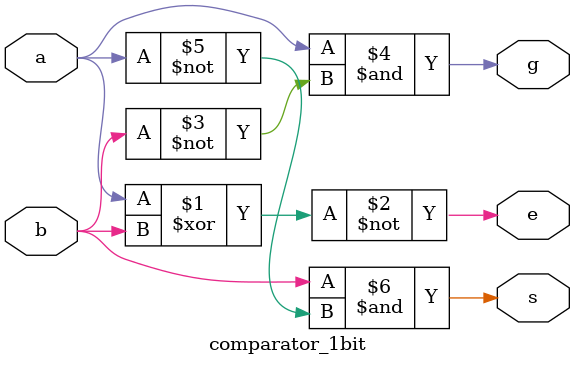
<source format=v>
`timescale 1ns / 1ps

module comparator_1bit(input a,b,output e,g,s);
assign e = ~(a^b);
assign g = a&(~b);
assign s = b&(~a);
endmodule

</source>
